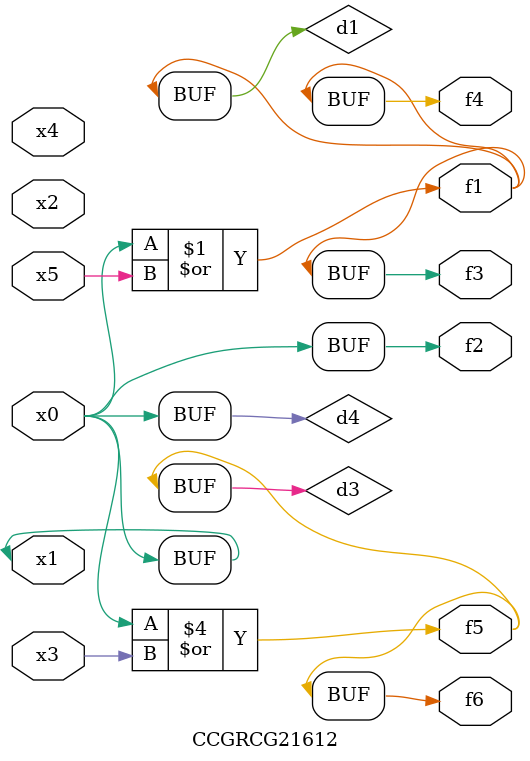
<source format=v>
module CCGRCG21612(
	input x0, x1, x2, x3, x4, x5,
	output f1, f2, f3, f4, f5, f6
);

	wire d1, d2, d3, d4;

	or (d1, x0, x5);
	xnor (d2, x1, x4);
	or (d3, x0, x3);
	buf (d4, x0, x1);
	assign f1 = d1;
	assign f2 = d4;
	assign f3 = d1;
	assign f4 = d1;
	assign f5 = d3;
	assign f6 = d3;
endmodule

</source>
